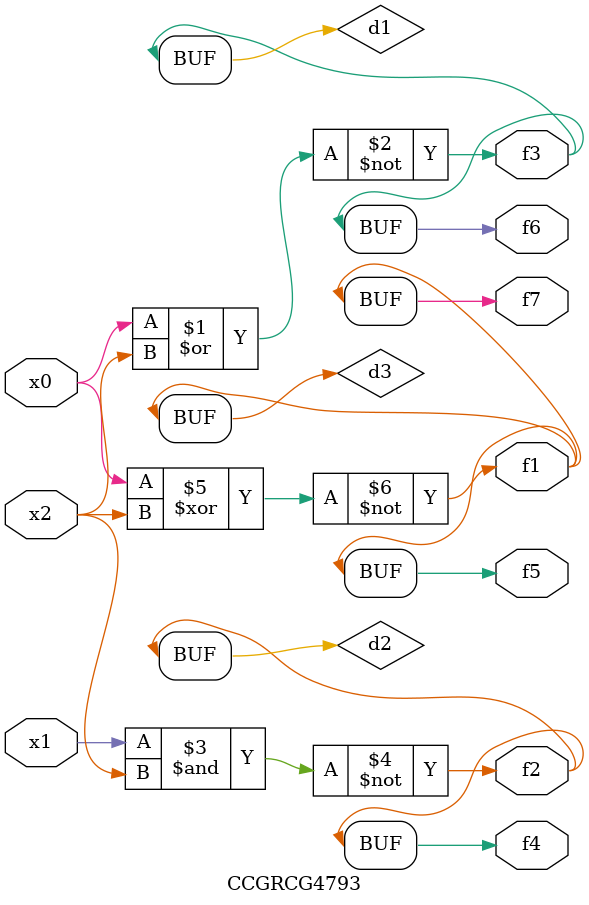
<source format=v>
module CCGRCG4793(
	input x0, x1, x2,
	output f1, f2, f3, f4, f5, f6, f7
);

	wire d1, d2, d3;

	nor (d1, x0, x2);
	nand (d2, x1, x2);
	xnor (d3, x0, x2);
	assign f1 = d3;
	assign f2 = d2;
	assign f3 = d1;
	assign f4 = d2;
	assign f5 = d3;
	assign f6 = d1;
	assign f7 = d3;
endmodule

</source>
